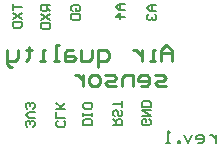
<source format=gbo>
G04 Layer_Color=32896*
%FSLAX25Y25*%
%MOIN*%
G70*
G01*
G75*
%ADD23C,0.00600*%
%ADD24C,0.01000*%
%ADD36C,0.00500*%
D23*
X97400Y8366D02*
Y5700D01*
Y7033D01*
X96734Y7699D01*
X96067Y8366D01*
X95401D01*
X91402Y5700D02*
X92735D01*
X93401Y6366D01*
Y7699D01*
X92735Y8366D01*
X91402D01*
X90736Y7699D01*
Y7033D01*
X93401D01*
X89403Y8366D02*
X88070Y5700D01*
X86737Y8366D01*
X85404Y5700D02*
Y6366D01*
X84737D01*
Y5700D01*
X85404D01*
X82072D02*
X80739D01*
X81405D01*
Y9699D01*
X82072Y9032D01*
D24*
X82500Y32833D02*
Y36498D01*
X80667Y38331D01*
X78834Y36498D01*
Y32833D01*
Y35582D01*
X82500D01*
X77002Y32833D02*
X75169D01*
X76085D01*
Y36498D01*
X77002D01*
X72420D02*
Y32833D01*
Y34666D01*
X71504Y35582D01*
X70587Y36498D01*
X69671D01*
X57758Y31000D02*
Y36498D01*
X60507D01*
X61423Y35582D01*
Y33749D01*
X60507Y32833D01*
X57758D01*
X55925Y36498D02*
Y33749D01*
X55009Y32833D01*
X52260D01*
Y36498D01*
X49511D02*
X47678D01*
X46762Y35582D01*
Y32833D01*
X49511D01*
X50427Y33749D01*
X49511Y34666D01*
X46762D01*
X44929Y32833D02*
X43096D01*
X44012D01*
Y38331D01*
X44929D01*
X40347Y32833D02*
X38514D01*
X39431D01*
Y36498D01*
X40347D01*
X34849Y37415D02*
Y36498D01*
X35765D01*
X33932D01*
X34849D01*
Y33749D01*
X33932Y32833D01*
X31183Y36498D02*
Y33749D01*
X30267Y32833D01*
X27518D01*
Y31916D01*
X28434Y31000D01*
X29351D01*
X27518Y32833D02*
Y36498D01*
X80500Y24500D02*
X77751D01*
X76834Y25416D01*
X77751Y26333D01*
X79584D01*
X80500Y27249D01*
X79584Y28166D01*
X76834D01*
X72253Y24500D02*
X74085D01*
X75002Y25416D01*
Y27249D01*
X74085Y28166D01*
X72253D01*
X71336Y27249D01*
Y26333D01*
X75002D01*
X69504Y24500D02*
Y28166D01*
X66754D01*
X65838Y27249D01*
Y24500D01*
X64005D02*
X61256D01*
X60340Y25416D01*
X61256Y26333D01*
X63089D01*
X64005Y27249D01*
X63089Y28166D01*
X60340D01*
X57591Y24500D02*
X55758D01*
X54842Y25416D01*
Y27249D01*
X55758Y28166D01*
X57591D01*
X58507Y27249D01*
Y25416D01*
X57591Y24500D01*
X53009Y28166D02*
Y24500D01*
Y26333D01*
X52092Y27249D01*
X51176Y28166D01*
X50260D01*
D36*
X74999Y13499D02*
X75499Y13000D01*
Y12000D01*
X74999Y11500D01*
X73000D01*
X72500Y12000D01*
Y13000D01*
X73000Y13499D01*
X74000D01*
Y12500D01*
X72500Y14499D02*
X75499D01*
X72500Y16498D01*
X75499D01*
Y17498D02*
X72500D01*
Y18998D01*
X73000Y19497D01*
X74999D01*
X75499Y18998D01*
Y17498D01*
X77300Y51500D02*
X75301D01*
X74301Y50500D01*
X75301Y49501D01*
X77300D01*
X75801D01*
Y51500D01*
X74801Y48501D02*
X74301Y48001D01*
Y47001D01*
X74801Y46502D01*
X75301D01*
X75801Y47001D01*
Y47501D01*
Y47001D01*
X76300Y46502D01*
X76800D01*
X77300Y47001D01*
Y48001D01*
X76800Y48501D01*
X66800Y52000D02*
X64801D01*
X63801Y51000D01*
X64801Y50001D01*
X66800D01*
X65301D01*
Y52000D01*
X66800Y47501D02*
X63801D01*
X65301Y49001D01*
Y47002D01*
X49501Y49501D02*
X49001Y50001D01*
Y51000D01*
X49501Y51500D01*
X51500D01*
X52000Y51000D01*
Y50001D01*
X51500Y49501D01*
X50501D01*
Y50500D01*
X49001Y48501D02*
X52000D01*
Y47001D01*
X51500Y46502D01*
X49501D01*
X49001Y47001D01*
Y48501D01*
X42000Y51500D02*
X39001D01*
Y50001D01*
X39501Y49501D01*
X40501D01*
X41000Y50001D01*
Y51500D01*
Y50500D02*
X42000Y49501D01*
X39001Y48501D02*
X42000Y46502D01*
X39001D02*
X42000Y48501D01*
X39001Y45502D02*
X42000D01*
Y44002D01*
X41500Y43503D01*
X39501D01*
X39001Y44002D01*
Y45502D01*
X29501Y52000D02*
Y50001D01*
Y51000D01*
X32500D01*
X29501Y49001D02*
X32500Y47002D01*
X29501D02*
X32500Y49001D01*
X29501Y46002D02*
X32500D01*
Y44502D01*
X32000Y44003D01*
X30001D01*
X29501Y44502D01*
Y46002D01*
X36299Y11000D02*
X36799Y11500D01*
Y12500D01*
X36299Y12999D01*
X35799D01*
X35300Y12500D01*
Y12000D01*
Y12500D01*
X34800Y12999D01*
X34300D01*
X33800Y12500D01*
Y11500D01*
X34300Y11000D01*
X36799Y13999D02*
X34800D01*
X33800Y14999D01*
X34800Y15998D01*
X36799D01*
X36299Y16998D02*
X36799Y17498D01*
Y18498D01*
X36299Y18997D01*
X35799D01*
X35300Y18498D01*
Y17998D01*
Y18498D01*
X34800Y18997D01*
X34300D01*
X33800Y18498D01*
Y17498D01*
X34300Y16998D01*
X46499Y12999D02*
X46999Y12500D01*
Y11500D01*
X46499Y11000D01*
X44500D01*
X44000Y11500D01*
Y12500D01*
X44500Y12999D01*
X46999Y13999D02*
X44000D01*
Y15998D01*
X46999Y16998D02*
X44000D01*
X45000D01*
X46999Y18997D01*
X45500Y17498D01*
X44000Y18997D01*
X55999Y11500D02*
X53000D01*
Y13000D01*
X53500Y13499D01*
X55499D01*
X55999Y13000D01*
Y11500D01*
Y14499D02*
Y15499D01*
Y14999D01*
X53000D01*
Y14499D01*
Y15499D01*
X55999Y18498D02*
Y17498D01*
X55499Y16998D01*
X53500D01*
X53000Y17498D01*
Y18498D01*
X53500Y18998D01*
X55499D01*
X55999Y18498D01*
X63000Y11500D02*
X65999D01*
Y13000D01*
X65499Y13499D01*
X64499D01*
X64000Y13000D01*
Y11500D01*
Y12500D02*
X63000Y13499D01*
X65499Y16498D02*
X65999Y15999D01*
Y14999D01*
X65499Y14499D01*
X64999D01*
X64499Y14999D01*
Y15999D01*
X64000Y16498D01*
X63500D01*
X63000Y15999D01*
Y14999D01*
X63500Y14499D01*
X65999Y17498D02*
Y19497D01*
Y18498D01*
X63000D01*
M02*

</source>
